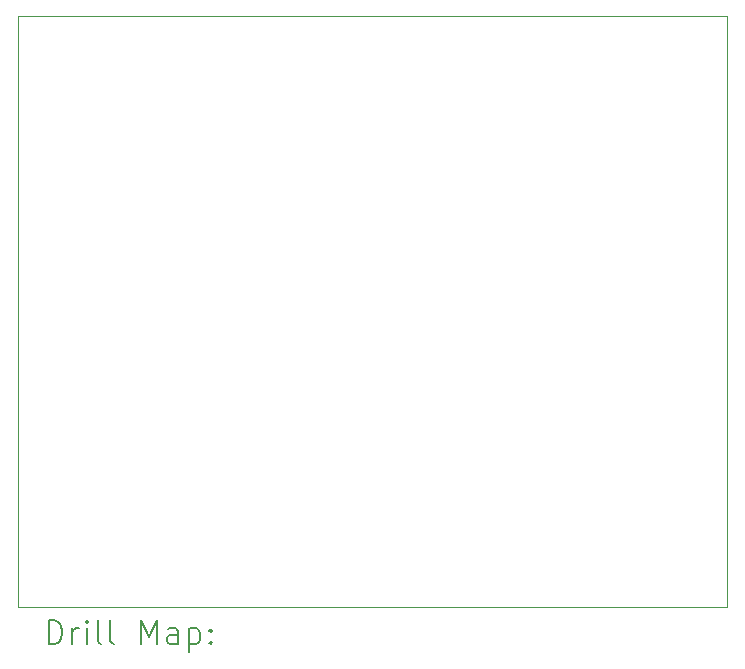
<source format=gbr>
%TF.GenerationSoftware,KiCad,Pcbnew,9.0.0*%
%TF.CreationDate,2025-03-14T14:05:50+03:00*%
%TF.ProjectId,getting-started,67657474-696e-4672-9d73-746172746564,0*%
%TF.SameCoordinates,Original*%
%TF.FileFunction,Drillmap*%
%TF.FilePolarity,Positive*%
%FSLAX45Y45*%
G04 Gerber Fmt 4.5, Leading zero omitted, Abs format (unit mm)*
G04 Created by KiCad (PCBNEW 9.0.0) date 2025-03-14 14:05:50*
%MOMM*%
%LPD*%
G01*
G04 APERTURE LIST*
%ADD10C,0.050000*%
%ADD11C,0.200000*%
G04 APERTURE END LIST*
D10*
X10000000Y-8000000D02*
X16000000Y-8000000D01*
X16000000Y-13000000D01*
X10000000Y-13000000D01*
X10000000Y-8000000D01*
D11*
X10258277Y-13313984D02*
X10258277Y-13113984D01*
X10258277Y-13113984D02*
X10305896Y-13113984D01*
X10305896Y-13113984D02*
X10334467Y-13123508D01*
X10334467Y-13123508D02*
X10353515Y-13142555D01*
X10353515Y-13142555D02*
X10363039Y-13161603D01*
X10363039Y-13161603D02*
X10372563Y-13199698D01*
X10372563Y-13199698D02*
X10372563Y-13228269D01*
X10372563Y-13228269D02*
X10363039Y-13266365D01*
X10363039Y-13266365D02*
X10353515Y-13285412D01*
X10353515Y-13285412D02*
X10334467Y-13304460D01*
X10334467Y-13304460D02*
X10305896Y-13313984D01*
X10305896Y-13313984D02*
X10258277Y-13313984D01*
X10458277Y-13313984D02*
X10458277Y-13180650D01*
X10458277Y-13218746D02*
X10467801Y-13199698D01*
X10467801Y-13199698D02*
X10477324Y-13190174D01*
X10477324Y-13190174D02*
X10496372Y-13180650D01*
X10496372Y-13180650D02*
X10515420Y-13180650D01*
X10582086Y-13313984D02*
X10582086Y-13180650D01*
X10582086Y-13113984D02*
X10572563Y-13123508D01*
X10572563Y-13123508D02*
X10582086Y-13133031D01*
X10582086Y-13133031D02*
X10591610Y-13123508D01*
X10591610Y-13123508D02*
X10582086Y-13113984D01*
X10582086Y-13113984D02*
X10582086Y-13133031D01*
X10705896Y-13313984D02*
X10686848Y-13304460D01*
X10686848Y-13304460D02*
X10677324Y-13285412D01*
X10677324Y-13285412D02*
X10677324Y-13113984D01*
X10810658Y-13313984D02*
X10791610Y-13304460D01*
X10791610Y-13304460D02*
X10782086Y-13285412D01*
X10782086Y-13285412D02*
X10782086Y-13113984D01*
X11039229Y-13313984D02*
X11039229Y-13113984D01*
X11039229Y-13113984D02*
X11105896Y-13256841D01*
X11105896Y-13256841D02*
X11172563Y-13113984D01*
X11172563Y-13113984D02*
X11172563Y-13313984D01*
X11353515Y-13313984D02*
X11353515Y-13209222D01*
X11353515Y-13209222D02*
X11343991Y-13190174D01*
X11343991Y-13190174D02*
X11324943Y-13180650D01*
X11324943Y-13180650D02*
X11286848Y-13180650D01*
X11286848Y-13180650D02*
X11267801Y-13190174D01*
X11353515Y-13304460D02*
X11334467Y-13313984D01*
X11334467Y-13313984D02*
X11286848Y-13313984D01*
X11286848Y-13313984D02*
X11267801Y-13304460D01*
X11267801Y-13304460D02*
X11258277Y-13285412D01*
X11258277Y-13285412D02*
X11258277Y-13266365D01*
X11258277Y-13266365D02*
X11267801Y-13247317D01*
X11267801Y-13247317D02*
X11286848Y-13237793D01*
X11286848Y-13237793D02*
X11334467Y-13237793D01*
X11334467Y-13237793D02*
X11353515Y-13228269D01*
X11448753Y-13180650D02*
X11448753Y-13380650D01*
X11448753Y-13190174D02*
X11467801Y-13180650D01*
X11467801Y-13180650D02*
X11505896Y-13180650D01*
X11505896Y-13180650D02*
X11524943Y-13190174D01*
X11524943Y-13190174D02*
X11534467Y-13199698D01*
X11534467Y-13199698D02*
X11543991Y-13218746D01*
X11543991Y-13218746D02*
X11543991Y-13275888D01*
X11543991Y-13275888D02*
X11534467Y-13294936D01*
X11534467Y-13294936D02*
X11524943Y-13304460D01*
X11524943Y-13304460D02*
X11505896Y-13313984D01*
X11505896Y-13313984D02*
X11467801Y-13313984D01*
X11467801Y-13313984D02*
X11448753Y-13304460D01*
X11629705Y-13294936D02*
X11639229Y-13304460D01*
X11639229Y-13304460D02*
X11629705Y-13313984D01*
X11629705Y-13313984D02*
X11620182Y-13304460D01*
X11620182Y-13304460D02*
X11629705Y-13294936D01*
X11629705Y-13294936D02*
X11629705Y-13313984D01*
X11629705Y-13190174D02*
X11639229Y-13199698D01*
X11639229Y-13199698D02*
X11629705Y-13209222D01*
X11629705Y-13209222D02*
X11620182Y-13199698D01*
X11620182Y-13199698D02*
X11629705Y-13190174D01*
X11629705Y-13190174D02*
X11629705Y-13209222D01*
M02*

</source>
